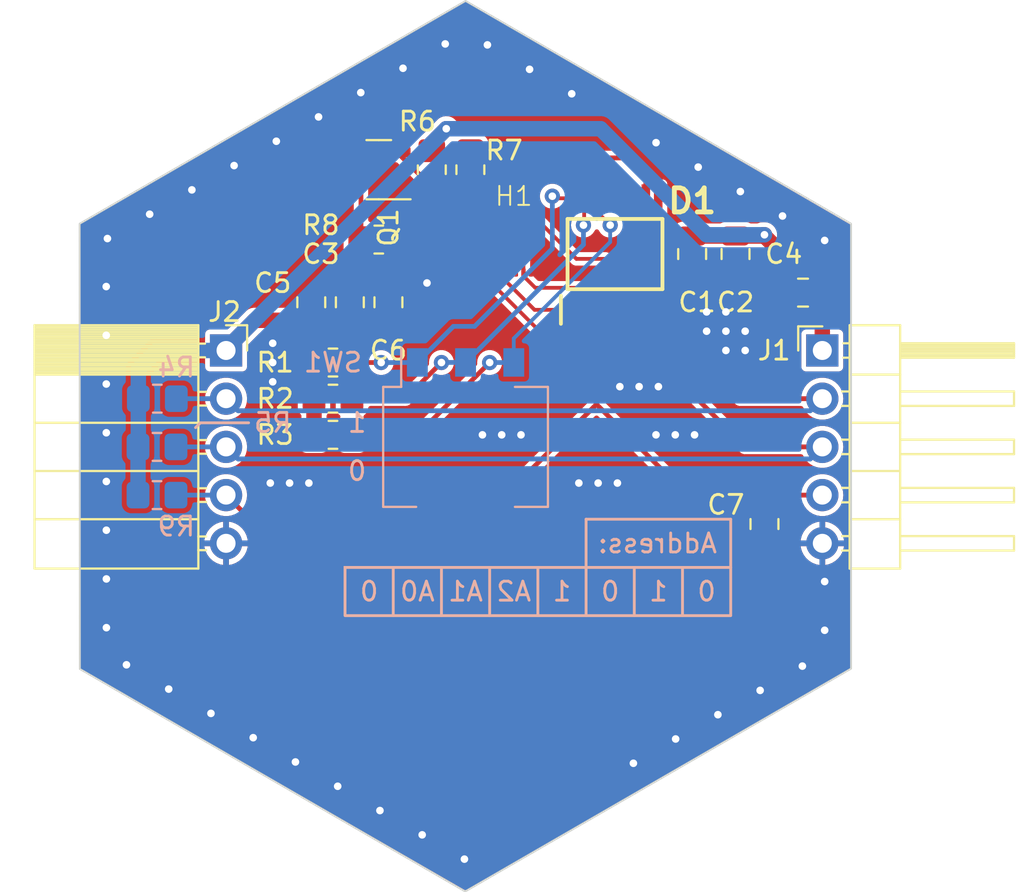
<source format=kicad_pcb>
(kicad_pcb (version 20221018) (generator pcbnew)
  (layers (0 "F.Cu" signal) (31 "B.Cu" signal) (34 "B.Paste" user) (35 "F.Paste" user) (36 "B.SilkS" user "B.Silkscreen") (37 "F.SilkS" user "F.Silkscreen") (38 "B.Mask" user) (39 "F.Mask" user) (44 "Edge.Cuts" user))
  (net 0 "")
  (net 1 "SPI_CS0")
  (net 2 "DC")
  (net 3 "_RST")
  (net 4 "GND")
  (net 6 "MOSI")
  (net 7 "I2C_SDA")
  (net 8 "I2C_SCL")
  (net 10 "BL")
  (net 11 "SPICLK")
  (net 12 "VCC")
  (net 14 "Net-(D1-A0)")
  (net 15 "Net-(D1-A1)")
  (net 16 "Net-(D1-A2)")
  (net 17 "LEDK")
  (net 18 "Net-(Q1-B)")
  (net 19 "Net-(Q1-C)")
  (footprint "Display:ER_TFT128-2" (layer "F.Cu") (at 152.4 101.62)
    (fp_text reference "H1" (at 2.54 -13.228 unlocked) (layer "F.SilkS") (effects (font (thickness 0.1))))
    (fp_text value "~")
    (pad "1" smd roundrect (at -0.95 -11.385 90) (size 0.45 0.23) (layers "F.Cu" "F.Paste" "F.Mask") (net 4 "GND"))
    (pad "1" smd roundrect (at -0.95 -9.215 90) (size 0.45 0.23) (layers "F.Cu" "F.Paste" "F.Mask") (net 4 "GND"))
    (pad "2" smd roundrect (at -0.55 -11.385 90) (size 0.45 0.23) (layers "F.Cu" "F.Paste" "F.Mask") (net 17 "LEDK"))
    (pad "2" smd roundrect (at -0.55 -9.215 90) (size 0.45 0.23) (layers "F.Cu" "F.Paste" "F.Mask") (net 17 "LEDK"))
    (pad "3" smd roundrect (at -0.15 -11.385 90) (size 0.45 0.23) (layers "F.Cu" "F.Paste" "F.Mask") (net 12 "VCC"))
    (pad "3" smd roundrect (at -0.15 -9.215 90) (size 0.45 0.23) (layers "F.Cu" "F.Paste" "F.Mask") (net 12 "VCC"))
    (pad "4" smd roundrect (at 0.25 -11.385 90) (size 0.45 0.23) (layers "F.Cu" "F.Paste" "F.Mask") (net 12 "VCC"))
    (pad "4" smd roundrect (at 0.25 -9.215 90) (size 0.45 0.23) (layers "F.Cu" "F.Paste" "F.Mask") (net 12 "VCC"))
    (pad "5" smd roundrect (at 0.65 -11.385 90) (size 0.45 0.23) (layers "F.Cu" "F.Paste" "F.Mask") (net 4 "GND"))
    (pad "5" smd roundrect (at 0.65 -9.215 90) (size 0.45 0.23) (layers "F.Cu" "F.Paste" "F.Mask") (net 4 "GND"))
    (pad "6" smd roundrect (at 1.05 -11.385 90) (size 0.45 0.23) (layers "F.Cu" "F.Paste" "F.Mask") (net 4 "GND"))
    (pad "6" smd roundrect (at 1.05 -9.215 90) (size 0.45 0.23) (layers "F.Cu" "F.Paste" "F.Mask") (net 4 "GND"))
    (pad "7" smd roundrect (at 1.45 -11.385 90) (size 0.45 0.23) (layers "F.Cu" "F.Paste" "F.Mask") (net 2 "DC"))
    (pad "7" smd roundrect (at 1.45 -9.215 90) (size 0.45 0.23) (layers "F.Cu" "F.Paste" "F.Mask") (net 2 "DC"))
    (pad "8" smd roundrect (at 1.85 -11.385 90) (size 0.45 0.23) (layers "F.Cu" "F.Paste" "F.Mask") (net 1 "SPI_CS0"))
    (pad "8" smd roundrect (at 1.85 -9.215 90) (size 0.45 0.23) (layers "F.Cu" "F.Paste" "F.Mask") (net 1 "SPI_CS0"))
    (pad "9" smd roundrect (at 2.25 -11.385 90) (size 0.45 0.23) (layers "F.Cu" "F.Paste" "F.Mask") (net 11 "SPICLK"))
    (pad "9" smd roundrect (at 2.25 -9.215 90) (size 0.45 0.23) (layers "F.Cu" "F.Paste" "F.Mask") (net 11 "SPICLK"))
    (pad "10" smd roundrect (at 2.65 -11.385 90) (size 0.45 0.23) (layers "F.Cu" "F.Paste" "F.Mask") (net 6 "MOSI"))
    (pad "10" smd roundrect (at 2.65 -9.215 90) (size 0.45 0.23) (layers "F.Cu" "F.Paste" "F.Mask") (net 6 "MOSI"))
    (pad "11" smd roundrect (at 3.05 -11.385 90) (size 0.45 0.23) (layers "F.Cu" "F.Paste" "F.Mask") (net 3 "_RST"))
    (pad "11" smd roundrect (at 3.05 -9.215 90) (size 0.45 0.23) (layers "F.Cu" "F.Paste" "F.Mask") (net 3 "_RST"))
    (pad "12" smd roundrect (at 3.45 -11.385 90) (size 0.45 0.23) (layers "F.Cu" "F.Paste" "F.Mask") (net 4 "GND"))
    (pad "12" smd roundrect (at 3.45 -9.215 90) (size 0.45 0.23) (layers "F.Cu" "F.Paste" "F.Mask") (net 4 "GND"))
    (zone (net 0) (net_name "") (layer "F.Cu") (connect_pads (clearance 0)) (min_thickness 0.25)
      (keepout (tracks not_allowed) (vias not_allowed) (pads not_allowed) (copperpour not_allowed) (footprints not_allowed))
      (fill (thermal_gap 0.5) (thermal_bridge_width 0.5))
      (polygon (pts (xy 154.9 121.92) (xy 154.9 116.62) (xy 159.8 116.62) (xy 159.8 121.92)))
    )
  )
  (footprint "Capacitor_SMD:C_0805_2012Metric" (layer "F.Cu") (at 148.336 93.98 90)
    (fp_text reference "C6" (at -2.54 0 180) (layer "F.SilkS"))
    (fp_text value "1u")
    (fp_line (start -0.261252 -0.735) (end 0.261252 -0.735) (stroke (width 0.12)) (layer "F.SilkS"))
    (fp_line (start -0.261252 0.735) (end 0.261252 0.735) (stroke (width 0.12)) (layer "F.SilkS"))
    (pad "1" smd roundrect (at -0.95 0 90) (size 1 1.45) (layers "F.Cu" "F.Paste" "F.Mask") (net 12 "VCC"))
    (pad "2" smd roundrect (at 0.95 0 90) (size 1 1.45) (layers "F.Cu" "F.Paste" "F.Mask") (net 4 "GND"))
  )
  (footprint "Package_TO_SOT_SMD:SOT-23" (layer "F.Cu") (at 147.828 86.995 180)
    (fp_text reference "Q1" (at -0.508 -3.048 90) (layer "F.SilkS"))
    (fp_text value "2N3904")
    (fp_line (start 0 -1.56) (end -1.675 -1.56) (stroke (width 0.12)) (layer "F.SilkS"))
    (fp_line (start 0 -1.56) (end 0.65 -1.56) (stroke (width 0.12)) (layer "F.SilkS"))
    (fp_line (start 0 1.56) (end -0.65 1.56) (stroke (width 0.12)) (layer "F.SilkS"))
    (fp_line (start 0 1.56) (end 0.65 1.56) (stroke (width 0.12)) (layer "F.SilkS"))
    (pad "1" smd roundrect (at -0.9375 -0.95 180) (size 1.475 0.6) (layers "F.Cu" "F.Paste" "F.Mask") (net 4 "GND"))
    (pad "2" smd roundrect (at -0.9375 0.95 180) (size 1.475 0.6) (layers "F.Cu" "F.Paste" "F.Mask") (net 18 "Net-(Q1-B)"))
    (pad "3" smd roundrect (at 0.9375 0 180) (size 1.475 0.6) (layers "F.Cu" "F.Paste" "F.Mask") (net 19 "Net-(Q1-C)"))
  )
  (footprint "Resistor_SMD:R_0805_2012Metric_Pad1.20x1.40mm_HandSolder" (layer "F.Cu") (at 152.654 86.995 -90)
    (fp_text reference "R7" (at -1.016 -1.778 -180) (layer "F.SilkS"))
    (fp_text value "1k")
    (fp_line (start -0.227064 -0.735) (end 0.227064 -0.735) (stroke (width 0.12)) (layer "F.SilkS"))
    (fp_line (start -0.227064 0.735) (end 0.227064 0.735) (stroke (width 0.12)) (layer "F.SilkS"))
    (pad "1" smd roundrect (at -1 0 270) (size 1.2 1.4) (layers "F.Cu" "F.Paste" "F.Mask") (roundrect_rratio 0.208333) (net 10 "BL"))
    (pad "2" smd roundrect (at 1 0 270) (size 1.2 1.4) (layers "F.Cu" "F.Paste" "F.Mask") (roundrect_rratio 0.208333) (net 18 "Net-(Q1-B)"))
  )
  (footprint "Resistor_SMD:R_0805_2012Metric_Pad1.20x1.40mm_HandSolder" (layer "F.Cu") (at 147.828 90.678 180)
    (fp_text reference "R8" (at 3.048 0.762 180) (layer "F.SilkS"))
    (fp_text value "10R")
    (fp_line (start -0.227064 -0.735) (end 0.227064 -0.735) (stroke (width 0.12)) (layer "F.SilkS"))
    (fp_line (start -0.227064 0.735) (end 0.227064 0.735) (stroke (width 0.12)) (layer "F.SilkS"))
    (pad "1" smd roundrect (at -1 0 180) (size 1.2 1.4) (layers "F.Cu" "F.Paste" "F.Mask") (roundrect_rratio 0.208333) (net 17 "LEDK"))
    (pad "2" smd roundrect (at 1 0 180) (size 1.2 1.4) (layers "F.Cu" "F.Paste" "F.Mask") (roundrect_rratio 0.208333) (net 19 "Net-(Q1-C)"))
  )
  (footprint "Connector_PinSocket_2.54mm:PinSocket_1x05_P2.54mm_Horizontal" (layer "F.Cu") (at 139.782 96.52)
    (fp_text reference "J2" (at -0.082 -2.032) (layer "F.SilkS"))
    (fp_text value "Conn_01x05_Socket")
    (fp_line (start -10.09 -1.33) (end -10.09 11.49) (stroke (width 0.12)) (layer "F.SilkS"))
    (fp_line (start -10.09 -1.33) (end -1.46 -1.33) (stroke (width 0.12)) (layer "F.SilkS"))
    (fp_line (start -10.09 -1.21) (end -1.46 -1.21) (stroke (width 0.12)) (layer "F.SilkS"))
    (fp_line (start -10.09 -1.091905) (end -1.46 -1.091905) (stroke (width 0.12)) (layer "F.SilkS"))
    (fp_line (start -10.09 -0.97381) (end -1.46 -0.97381) (stroke (width 0.12)) (layer "F.SilkS"))
    (fp_line (start -10.09 -0.855715) (end -1.46 -0.855715) (stroke (width 0.12)) (layer "F.SilkS"))
    (fp_line (start -10.09 -0.73762) (end -1.46 -0.73762) (stroke (width 0.12)) (layer "F.SilkS"))
    (fp_line (start -10.09 -0.619525) (end -1.46 -0.619525) (stroke (width 0.12)) (layer "F.SilkS"))
    (fp_line (start -10.09 -0.50143) (end -1.46 -0.50143) (stroke (width 0.12)) (layer "F.SilkS"))
    (fp_line (start -10.09 -0.383335) (end -1.46 -0.383335) (stroke (width 0.12)) (layer "F.SilkS"))
    (fp_line (start -10.09 -0.26524) (end -1.46 -0.26524) (stroke (width 0.12)) (layer "F.SilkS"))
    (fp_line (start -10.09 -0.147145) (end -1.46 -0.147145) (stroke (width 0.12)) (layer "F.SilkS"))
    (fp_line (start -10.09 -0.02905) (end -1.46 -0.02905) (stroke (width 0.12)) (layer "F.SilkS"))
    (fp_line (start -10.09 0.089045) (end -1.46 0.089045) (stroke (width 0.12)) (layer "F.SilkS"))
    (fp_line (start -10.09 0.20714) (end -1.46 0.20714) (stroke (width 0.12)) (layer "F.SilkS"))
    (fp_line (start -10.09 0.325235) (end -1.46 0.325235) (stroke (width 0.12)) (layer "F.SilkS"))
    (fp_line (start -10.09 0.44333) (end -1.46 0.44333) (stroke (width 0.12)) (layer "F.SilkS"))
    (fp_line (start -10.09 0.561425) (end -1.46 0.561425) (stroke (width 0.12)) (layer "F.SilkS"))
    (fp_line (start -10.09 0.67952) (end -1.46 0.67952) (stroke (width 0.12)) (layer "F.SilkS"))
    (fp_line (start -10.09 0.797615) (end -1.46 0.797615) (stroke (width 0.12)) (layer "F.SilkS"))
    (fp_line (start -10.09 0.91571) (end -1.46 0.91571) (stroke (width 0.12)) (layer "F.SilkS"))
    (fp_line (start -10.09 1.033805) (end -1.46 1.033805) (stroke (width 0.12)) (layer "F.SilkS"))
    (fp_line (start -10.09 1.1519) (end -1.46 1.1519) (stroke (width 0.12)) (layer "F.SilkS"))
    (fp_line (start -10.09 1.27) (end -1.46 1.27) (stroke (width 0.12)) (layer "F.SilkS"))
    (fp_line (start -10.09 3.81) (end -1.46 3.81) (stroke (width 0.12)) (layer "F.SilkS"))
    (fp_line (start -10.09 6.35) (end -1.46 6.35) (stroke (width 0.12)) (layer "F.SilkS"))
    (fp_line (start -10.09 8.89) (end -1.46 8.89) (stroke (width 0.12)) (layer "F.SilkS"))
    (fp_line (start -10.09 11.49) (end -1.46 11.49) (stroke (width 0.12)) (layer "F.SilkS"))
    (fp_line (start -1.46 -1.33) (end -1.46 11.49) (stroke (width 0.12)) (layer "F.SilkS"))
    (fp_line (start -1.46 -0.36) (end -1.11 -0.36) (stroke (width 0.12)) (layer "F.SilkS"))
    (fp_line (start -1.46 0.36) (end -1.11 0.36) (stroke (width 0.12)) (layer "F.SilkS"))
    (fp_line (start -1.46 2.18) (end -1.05 2.18) (stroke (width 0.12)) (layer "F.SilkS"))
    (fp_line (start -1.46 2.9) (end -1.05 2.9) (stroke (width 0.12)) (layer "F.SilkS"))
    (fp_line (start -1.46 4.72) (end -1.05 4.72) (stroke (width 0.12)) (layer "F.SilkS"))
    (fp_line (start -1.46 5.44) (end -1.05 5.44) (stroke (width 0.12)) (layer "F.SilkS"))
    (fp_line (start -1.46 7.26) (end -1.05 7.26) (stroke (width 0.12)) (layer "F.SilkS"))
    (fp_line (start -1.46 7.98) (end -1.05 7.98) (stroke (width 0.12)) (layer "F.SilkS"))
    (fp_line (start -1.46 9.8) (end -1.05 9.8) (stroke (width 0.12)) (layer "F.SilkS"))
    (fp_line (start -1.46 10.52) (end -1.05 10.52) (stroke (width 0.12)) (layer "F.SilkS"))
    (fp_line (start 0 -1.33) (end 1.11 -1.33) (stroke (width 0.12)) (layer "F.SilkS"))
    (fp_line (start 1.11 -1.33) (end 1.11 0) (stroke (width 0.12)) (layer "F.SilkS"))
    (pad "1" thru_hole rect (at 0 0) (size 1.7 1.7) (drill 1) (layers "*.Cu" "*.Mask") (net 12 "VCC"))
    (pad "2" thru_hole oval (at 0 2.54) (size 1.7 1.7) (drill 1) (layers "*.Cu" "*.Mask") (net 8 "I2C_SCL"))
    (pad "3" thru_hole oval (at 0 5.08) (size 1.7 1.7) (drill 1) (layers "*.Cu" "*.Mask") (net 7 "I2C_SDA"))
    (pad "4" thru_hole oval (at 0 7.62) (size 1.7 1.7) (drill 1) (layers "*.Cu" "*.Mask") (net 3 "_RST"))
    (pad "5" thru_hole oval (at 0 10.16) (size 1.7 1.7) (drill 1) (layers "*.Cu" "*.Mask") (net 4 "GND"))
  )
  (footprint "Resistor_SMD:R_0805_2012Metric_Pad1.20x1.40mm_HandSolder" (layer "F.Cu") (at 145.415 100.965)
    (fp_text reference "R3" (at -3.048 0) (layer "F.SilkS"))
    (fp_text value "10k")
    (fp_line (start -0.227064 -0.735) (end 0.227064 -0.735) (stroke (width 0.12)) (layer "F.SilkS"))
    (fp_line (start -0.227064 0.735) (end 0.227064 0.735) (stroke (width 0.12)) (layer "F.SilkS"))
    (pad "1" smd roundrect (at -1 0) (size 1.2 1.4) (layers "F.Cu" "F.Paste" "F.Mask") (roundrect_rratio 0.2083333333) (net 12 "VCC"))
    (pad "2" smd roundrect (at 1 0) (size 1.2 1.4) (layers "F.Cu" "F.Paste" "F.Mask") (roundrect_rratio 0.2083333333) (net 14 "Net-(D1-A0)"))
  )
  (footprint "Capacitor_SMD:C_0805_2012Metric" (layer "F.Cu") (at 166.624 91.44 -90)
    (fp_text reference "C2" (at 2.54 0 -180) (layer "F.SilkS"))
    (fp_text value "1u")
    (fp_line (start -0.261252 -0.735) (end 0.261252 -0.735) (stroke (width 0.12)) (layer "F.SilkS"))
    (fp_line (start -0.261252 0.735) (end 0.261252 0.735) (stroke (width 0.12)) (layer "F.SilkS"))
    (pad "1" smd roundrect (at -0.95 0 270) (size 1 1.45) (layers "F.Cu" "F.Paste" "F.Mask") (net 12 "VCC"))
    (pad "2" smd roundrect (at 0.95 0 270) (size 1 1.45) (layers "F.Cu" "F.Paste" "F.Mask") (net 4 "GND"))
  )
  (footprint "Resistor_SMD:R_0805_2012Metric_Pad1.20x1.40mm_HandSolder" (layer "F.Cu") (at 145.415 97.155)
    (fp_text reference "R1" (at -3.048 0) (layer "F.SilkS"))
    (fp_text value "10k")
    (fp_line (start -0.227064 -0.735) (end 0.227064 -0.735) (stroke (width 0.12)) (layer "F.SilkS"))
    (fp_line (start -0.227064 0.735) (end 0.227064 0.735) (stroke (width 0.12)) (layer "F.SilkS"))
    (pad "1" smd roundrect (at -1 0) (size 1.2 1.4) (layers "F.Cu" "F.Paste" "F.Mask") (roundrect_rratio 0.2083333333) (net 12 "VCC"))
    (pad "2" smd roundrect (at 1 0) (size 1.2 1.4) (layers "F.Cu" "F.Paste" "F.Mask") (roundrect_rratio 0.2083333333) (net 16 "Net-(D1-A2)"))
  )
  (footprint "SamacSys_Parts:SOP65P640X110-16N" (layer "F.Cu") (at 160.274 91.44 90)
    (fp_text reference "D1" (at 2.794 4.064 180) (layer "F.SilkS") (effects (font (size 1.27 1.27) (thickness 0.254))))
    (fp_text value "SC18IS602BIPW,112" hide)
    (fp_line (start -3.675 -2.85) (end -2.2 -2.85) (stroke (width 0.2)) (layer "F.SilkS"))
    (fp_line (start -1.85 -2.5) (end 1.85 -2.5) (stroke (width 0.2)) (layer "F.SilkS"))
    (fp_line (start -1.85 2.5) (end -1.85 -2.5) (stroke (width 0.2)) (layer "F.SilkS"))
    (fp_line (start 1.85 -2.5) (end 1.85 2.5) (stroke (width 0.2)) (layer "F.SilkS"))
    (fp_line (start 1.85 2.5) (end -1.85 2.5) (stroke (width 0.2)) (layer "F.SilkS"))
    (pad "1" smd rect (at -2.938 -2.275 180) (size 0.45 1.475) (layers "F.Cu" "F.Paste" "F.Mask") (net 1 "SPI_CS0"))
    (pad "2" smd rect (at -2.938 -1.625 180) (size 0.45 1.475) (layers "F.Cu" "F.Paste" "F.Mask") (net 2 "DC"))
    (pad "3" smd rect (at -2.938 -0.975 180) (size 0.45 1.475) (layers "F.Cu" "F.Paste" "F.Mask") (net 3 "_RST"))
    (pad "4" smd rect (at -2.938 -0.325 180) (size 0.45 1.475) (layers "F.Cu" "F.Paste" "F.Mask") (net 4 "GND"))
    (pad "5" smd rect (at -2.938 0.325 180) (size 0.45 1.475) (layers "F.Cu" "F.Paste" "F.Mask"))
    (pad "6" smd rect (at -2.938 0.975 180) (size 0.45 1.475) (layers "F.Cu" "F.Paste" "F.Mask") (net 6 "MOSI"))
    (pad "7" smd rect (at -2.938 1.625 180) (size 0.45 1.475) (layers "F.Cu" "F.Paste" "F.Mask") (net 7 "I2C_SDA"))
    (pad "8" smd rect (at -2.938 2.275 180) (size 0.45 1.475) (layers "F.Cu" "F.Paste" "F.Mask") (net 8 "I2C_SCL"))
    (pad "9" smd rect (at 2.938 2.275 180) (size 0.45 1.475) (layers "F.Cu" "F.Paste" "F.Mask"))
    (pad "10" smd rect (at 2.938 1.625 180) (size 0.45 1.475) (layers "F.Cu" "F.Paste" "F.Mask") (net 10 "BL"))
    (pad "11" smd rect (at 2.938 0.975 180) (size 0.45 1.475) (layers "F.Cu" "F.Paste" "F.Mask") (net 11 "SPICLK"))
    (pad "12" smd rect (at 2.938 0.325 180) (size 0.45 1.475) (layers "F.Cu" "F.Paste" "F.Mask") (net 12 "VCC"))
    (pad "13" smd rect (at 2.938 -0.325 180) (size 0.45 1.475) (layers "F.Cu" "F.Paste" "F.Mask"))
    (pad "14" smd rect (at 2.938 -0.975 180) (size 0.45 1.475) (layers "F.Cu" "F.Paste" "F.Mask") (net 14 "Net-(D1-A0)"))
    (pad "15" smd rect (at 2.938 -1.625 180) (size 0.45 1.475) (layers "F.Cu" "F.Paste" "F.Mask") (net 15 "Net-(D1-A1)"))
    (pad "16" smd rect (at 2.938 -2.275 180) (size 0.45 1.475) (layers "F.Cu" "F.Paste" "F.Mask") (net 16 "Net-(D1-A2)"))
  )
  (footprint "Capacitor_SMD:C_0805_2012Metric" (layer "F.Cu") (at 164.338 91.44 -90)
    (fp_text reference "C1" (at 2.54 -0.254 -180) (layer "F.SilkS"))
    (fp_text value "100n")
    (fp_line (start -0.261252 -0.735) (end 0.261252 -0.735) (stroke (width 0.12)) (layer "F.SilkS"))
    (fp_line (start -0.261252 0.735) (end 0.261252 0.735) (stroke (width 0.12)) (layer "F.SilkS"))
    (pad "1" smd roundrect (at -0.95 0 270) (size 1 1.45) (layers "F.Cu" "F.Paste" "F.Mask") (net 12 "VCC"))
    (pad "2" smd roundrect (at 0.95 0 270) (size 1 1.45) (layers "F.Cu" "F.Paste" "F.Mask") (net 4 "GND"))
  )
  (footprint "Connector_PinHeader_2.54mm:PinHeader_1x05_P2.54mm_Horizontal" (layer "F.Cu") (at 171.196 96.52)
    (fp_text reference "J1" (at -2.54 0) (layer "F.SilkS"))
    (fp_text value "Conn_01x05_Pin")
    (fp_line (start -1.27 -1.27) (end 0 -1.27) (stroke (width 0.12)) (layer "F.SilkS"))
    (fp_line (start -1.27 0) (end -1.27 -1.27) (stroke (width 0.12)) (layer "F.SilkS"))
    (fp_line (start 1.042929 2.16) (end 1.44 2.16) (stroke (width 0.12)) (layer "F.SilkS"))
    (fp_line (start 1.042929 2.92) (end 1.44 2.92) (stroke (width 0.12)) (layer "F.SilkS"))
    (fp_line (start 1.042929 4.7) (end 1.44 4.7) (stroke (width 0.12)) (layer "F.SilkS"))
    (fp_line (start 1.042929 5.46) (end 1.44 5.46) (stroke (width 0.12)) (layer "F.SilkS"))
    (fp_line (start 1.042929 7.24) (end 1.44 7.24) (stroke (width 0.12)) (layer "F.SilkS"))
    (fp_line (start 1.042929 8) (end 1.44 8) (stroke (width 0.12)) (layer "F.SilkS"))
    (fp_line (start 1.042929 9.78) (end 1.44 9.78) (stroke (width 0.12)) (layer "F.SilkS"))
    (fp_line (start 1.042929 10.54) (end 1.44 10.54) (stroke (width 0.12)) (layer "F.SilkS"))
    (fp_line (start 1.11 -0.38) (end 1.44 -0.38) (stroke (width 0.12)) (layer "F.SilkS"))
    (fp_line (start 1.11 0.38) (end 1.44 0.38) (stroke (width 0.12)) (layer "F.SilkS"))
    (fp_line (start 1.44 -1.33) (end 1.44 11.49) (stroke (width 0.12)) (layer "F.SilkS"))
    (fp_line (start 1.44 1.27) (end 4.1 1.27) (stroke (width 0.12)) (layer "F.SilkS"))
    (fp_line (start 1.44 3.81) (end 4.1 3.81) (stroke (width 0.12)) (layer "F.SilkS"))
    (fp_line (start 1.44 6.35) (end 4.1 6.35) (stroke (width 0.12)) (layer "F.SilkS"))
    (fp_line (start 1.44 8.89) (end 4.1 8.89) (stroke (width 0.12)) (layer "F.SilkS"))
    (fp_line (start 1.44 11.49) (end 4.1 11.49) (stroke (width 0.12)) (layer "F.SilkS"))
    (fp_line (start 4.1 -1.33) (end 1.44 -1.33) (stroke (width 0.12)) (layer "F.SilkS"))
    (fp_line (start 4.1 -0.38) (end 10.1 -0.38) (stroke (width 0.12)) (layer "F.SilkS"))
    (fp_line (start 4.1 -0.32) (end 10.1 -0.32) (stroke (width 0.12)) (layer "F.SilkS"))
    (fp_line (start 4.1 -0.2) (end 10.1 -0.2) (stroke (width 0.12)) (layer "F.SilkS"))
    (fp_line (start 4.1 -0.08) (end 10.1 -0.08) (stroke (width 0.12)) (layer "F.SilkS"))
    (fp_line (start 4.1 0.04) (end 10.1 0.04) (stroke (width 0.12)) (layer "F.SilkS"))
    (fp_line (start 4.1 0.16) (end 10.1 0.16) (stroke (width 0.12)) (layer "F.SilkS"))
    (fp_line (start 4.1 0.28) (end 10.1 0.28) (stroke (width 0.12)) (layer "F.SilkS"))
    (fp_line (start 4.1 2.16) (end 10.1 2.16) (stroke (width 0.12)) (layer "F.SilkS"))
    (fp_line (start 4.1 4.7) (end 10.1 4.7) (stroke (width 0.12)) (layer "F.SilkS"))
    (fp_line (start 4.1 7.24) (end 10.1 7.24) (stroke (width 0.12)) (layer "F.SilkS"))
    (fp_line (start 4.1 9.78) (end 10.1 9.78) (stroke (width 0.12)) (layer "F.SilkS"))
    (fp_line (start 4.1 11.49) (end 4.1 -1.33) (stroke (width 0.12)) (layer "F.SilkS"))
    (fp_line (start 10.1 -0.38) (end 10.1 0.38) (stroke (width 0.12)) (layer "F.SilkS"))
    (fp_line (start 10.1 0.38) (end 4.1 0.38) (stroke (width 0.12)) (layer "F.SilkS"))
    (fp_line (start 10.1 2.16) (end 10.1 2.92) (stroke (width 0.12)) (layer "F.SilkS"))
    (fp_line (start 10.1 2.92) (end 4.1 2.92) (stroke (width 0.12)) (layer "F.SilkS"))
    (fp_line (start 10.1 4.7) (end 10.1 5.46) (stroke (width 0.12)) (layer "F.SilkS"))
    (fp_line (start 10.1 5.46) (end 4.1 5.46) (stroke (width 0.12)) (layer "F.SilkS"))
    (fp_line (start 10.1 7.24) (end 10.1 8) (stroke (width 0.12)) (layer "F.SilkS"))
    (fp_line (start 10.1 8) (end 4.1 8) (stroke (width 0.12)) (layer "F.SilkS"))
    (fp_line (start 10.1 9.78) (end 10.1 10.54) (stroke (width 0.12)) (layer "F.SilkS"))
    (fp_line (start 10.1 10.54) (end 4.1 10.54) (stroke (width 0.12)) (layer "F.SilkS"))
    (pad "1" thru_hole rect (at 0 0) (size 1.7 1.7) (drill 1) (layers "*.Cu" "*.Mask") (net 12 "VCC"))
    (pad "2" thru_hole oval (at 0 2.54) (size 1.7 1.7) (drill 1) (layers "*.Cu" "*.Mask") (net 8 "I2C_SCL"))
    (pad "3" thru_hole oval (at 0 5.08) (size 1.7 1.7) (drill 1) (layers "*.Cu" "*.Mask") (net 7 "I2C_SDA"))
    (pad "4" thru_hole oval (at 0 7.62) (size 1.7 1.7) (drill 1) (layers "*.Cu" "*.Mask") (net 3 "_RST"))
    (pad "5" thru_hole oval (at 0 10.16) (size 1.7 1.7) (drill 1) (layers "*.Cu" "*.Mask") (net 4 "GND"))
  )
  (footprint "Capacitor_SMD:C_0805_2012Metric" (layer "F.Cu") (at 170.18 93.472 180)
    (fp_text reference "C4" (at 1.016 2.032) (layer "F.SilkS"))
    (fp_text value "1u")
    (fp_line (start -0.261252 -0.735) (end 0.261252 -0.735) (stroke (width 0.12)) (layer "F.SilkS"))
    (fp_line (start -0.261252 0.735) (end 0.261252 0.735) (stroke (width 0.12)) (layer "F.SilkS"))
    (pad "1" smd roundrect (at -0.95 0 180) (size 1 1.45) (layers "F.Cu" "F.Paste" "F.Mask") (net 12 "VCC"))
    (pad "2" smd roundrect (at 0.95 0 180) (size 1 1.45) (layers "F.Cu" "F.Paste" "F.Mask") (net 4 "GND"))
  )
  (footprint "Resistor_SMD:R_0805_2012Metric_Pad1.20x1.40mm_HandSolder" (layer "F.Cu") (at 150.622 86.995 -90)
    (fp_text reference "R6" (at -2.54 0.762 -180) (layer "F.SilkS"))
    (fp_text value "10k")
    (fp_line (start -0.227064 -0.735) (end 0.227064 -0.735) (stroke (width 0.12)) (layer "F.SilkS"))
    (fp_line (start -0.227064 0.735) (end 0.227064 0.735) (stroke (width 0.12)) (layer "F.SilkS"))
    (pad "1" smd roundrect (at -1 0 270) (size 1.2 1.4) (layers "F.Cu" "F.Paste" "F.Mask") (roundrect_rratio 0.208333) (net 12 "VCC"))
    (pad "2" smd roundrect (at 1 0 270) (size 1.2 1.4) (layers "F.Cu" "F.Paste" "F.Mask") (roundrect_rratio 0.208333) (net 18 "Net-(Q1-B)"))
  )
  (footprint "Capacitor_SMD:C_0805_2012Metric" (layer "F.Cu") (at 168.148 105.664 -90)
    (fp_text reference "C7" (at -1.016 2.032 -180) (layer "F.SilkS"))
    (fp_text value "1u")
    (fp_line (start -0.261252 -0.735) (end 0.261252 -0.735) (stroke (width 0.12)) (layer "F.SilkS"))
    (fp_line (start -0.261252 0.735) (end 0.261252 0.735) (stroke (width 0.12)) (layer "F.SilkS"))
    (pad "1" smd roundrect (at -0.95 0 270) (size 1 1.45) (layers "F.Cu" "F.Paste" "F.Mask") (net 3 "_RST"))
    (pad "2" smd roundrect (at 0.95 0 270) (size 1 1.45) (layers "F.Cu" "F.Paste" "F.Mask") (net 4 "GND"))
  )
  (footprint "Resistor_SMD:R_0805_2012Metric_Pad1.20x1.40mm_HandSolder" (layer "F.Cu") (at 145.415 99.06 180)
    (fp_text reference "R2" (at 3.048 0) (layer "F.SilkS"))
    (fp_text value "10k")
    (fp_line (start -0.227064 -0.735) (end 0.227064 -0.735) (stroke (width 0.12)) (layer "F.SilkS"))
    (fp_line (start -0.227064 0.735) (end 0.227064 0.735) (stroke (width 0.12)) (layer "F.SilkS"))
    (pad "1" smd roundrect (at -1 0 180) (size 1.2 1.4) (layers "F.Cu" "F.Paste" "F.Mask") (roundrect_rratio 0.2083333333) (net 15 "Net-(D1-A1)"))
    (pad "2" smd roundrect (at 1 0 180) (size 1.2 1.4) (layers "F.Cu" "F.Paste" "F.Mask") (roundrect_rratio 0.2083333333) (net 12 "VCC"))
  )
  (footprint "Capacitor_SMD:C_0805_2012Metric" (layer "F.Cu") (at 144.272 93.98 90)
    (fp_text reference "C5" (at 1.016 -2.032 180) (layer "F.SilkS"))
    (fp_text value "100u")
    (fp_line (start -0.261252 -0.735) (end 0.261252 -0.735) (stroke (width 0.12)) (layer "F.SilkS"))
    (fp_line (start -0.261252 0.735) (end 0.261252 0.735) (stroke (width 0.12)) (layer "F.SilkS"))
    (pad "1" smd roundrect (at -0.95 0 90) (size 1 1.45) (layers "F.Cu" "F.Paste" "F.Mask") (net 12 "VCC"))
    (pad "2" smd roundrect (at 0.95 0 90) (size 1 1.45) (layers "F.Cu" "F.Paste" "F.Mask") (net 4 "GND"))
  )
  (footprint "Capacitor_SMD:C_0805_2012Metric" (layer "F.Cu") (at 146.304 93.98 90)
    (fp_text reference "C3" (at 2.54 -1.524 180) (layer "F.SilkS"))
    (fp_text value "100u")
    (fp_line (start -0.261252 -0.735) (end 0.261252 -0.735) (stroke (width 0.12)) (layer "F.SilkS"))
    (fp_line (start -0.261252 0.735) (end 0.261252 0.735) (stroke (width 0.12)) (layer "F.SilkS"))
    (pad "1" smd roundrect (at -0.95 0 90) (size 1 1.45) (layers "F.Cu" "F.Paste" "F.Mask") (net 12 "VCC"))
    (pad "2" smd roundrect (at 0.95 0 90) (size 1 1.45) (layers "F.Cu" "F.Paste" "F.Mask") (net 4 "GND"))
  )
  (footprint "Resistor_SMD:R_0805_2012Metric_Pad1.20x1.40mm_HandSolder" (layer "B.Cu") (at 136.16 99.06 180)
    (fp_text reference "R4" (at -1 1.65) (layer "B.SilkS") (effects (justify mirror)))
    (fp_text value "4k7")
    (fp_line (start -0.227064 -0.735) (end 0.227064 -0.735) (stroke (width 0.12)) (layer "B.SilkS"))
    (fp_line (start -0.227064 0.735) (end 0.227064 0.735) (stroke (width 0.12)) (layer "B.SilkS"))
    (pad "1" smd roundrect (at -1 0 180) (size 1.2 1.4) (layers "B.Cu" "B.Paste" "B.Mask") (roundrect_rratio 0.208333) (net 8 "I2C_SCL"))
    (pad "2" smd roundrect (at 1 0 180) (size 1.2 1.4) (layers "B.Cu" "B.Paste" "B.Mask") (roundrect_rratio 0.208333) (net 12 "VCC"))
  )
  (footprint "Resistor_SMD:R_0805_2012Metric_Pad1.20x1.40mm_HandSolder" (layer "B.Cu") (at 136.144 101.6 180)
    (fp_text reference "R5" (at -6.096 1.27) (layer "B.SilkS") (effects (justify mirror)))
    (fp_text value "4k7")
    (fp_line (start -0.227064 -0.735) (end 0.227064 -0.735) (stroke (width 0.12)) (layer "B.SilkS"))
    (fp_line (start -0.227064 0.735) (end 0.227064 0.735) (stroke (width 0.12)) (layer "B.SilkS"))
    (pad "1" smd roundrect (at -1 0 180) (size 1.2 1.4) (layers "B.Cu" "B.Paste" "B.Mask") (roundrect_rratio 0.208333) (net 7 "I2C_SDA"))
    (pad "2" smd roundrect (at 1 0 180) (size 1.2 1.4) (layers "B.Cu" "B.Paste" "B.Mask") (roundrect_rratio 0.208333) (net 12 "VCC"))
  )
  (footprint "Button_Switch_SMD:SW_DIP_SPSTx03_Slide_Omron_A6S-310x_W8.9mm_P2.54mm" (layer "B.Cu") (at 152.4 101.6 -90)
    (fp_text reference "SW1" (at -4.445 6.985) (layer "B.SilkS") (effects (justify mirror)))
    (fp_text value "SW_DIP_x03")
    (fp_line (start -5.2 3.391) (end -3.16 3.391) (stroke (width 0.12)) (layer "B.SilkS"))
    (fp_line (start -3.16 -4.34) (end 3.16 -4.34) (stroke (width 0.12)) (layer "B.SilkS"))
    (fp_line (start -3.16 -2.6) (end -3.16 -4.34) (stroke (width 0.12)) (layer "B.SilkS"))
    (fp_line (start -3.16 4.34) (end -3.16 3.391) (stroke (width 0.12)) (layer "B.SilkS"))
    (fp_line (start -3.16 4.34) (end 3.16 4.34) (stroke (width 0.12)) (layer "B.SilkS"))
    (fp_line (start 3.16 -2.6) (end 3.16 -4.34) (stroke (width 0.12)) (layer "B.SilkS"))
    (fp_line (start 3.16 4.34) (end 3.16 2.601) (stroke (width 0.12)) (layer "B.SilkS"))
    (pad "1" smd rect (at -4.45 2.54 270) (size 1.5 1.1) (layers "B.Cu" "B.Paste" "B.Mask") (net 16 "Net-(D1-A2)"))
    (pad "2" smd rect (at -4.45 0 270) (size 1.5 1.1) (layers "B.Cu" "B.Paste" "B.Mask") (net 15 "Net-(D1-A1)"))
    (pad "3" smd rect (at -4.45 -2.54 270) (size 1.5 1.1) (layers "B.Cu" "B.Paste" "B.Mask") (net 14 "Net-(D1-A0)"))
    (pad "4" smd rect (at 4.45 -2.54 270) (size 1.5 1.1) (layers "B.Cu" "B.Paste" "B.Mask") (net 4 "GND"))
    (pad "5" smd rect (at 4.45 0 270) (size 1.5 1.1) (layers "B.Cu" "B.Paste" "B.Mask") (net 4 "GND"))
    (pad "6" smd rect (at 4.45 2.54 270) (size 1.5 1.1) (layers "B.Cu" "B.Paste" "B.Mask") (net 4 "GND"))
  )
  (footprint "Resistor_SMD:R_0805_2012Metric_Pad1.20x1.40mm_HandSolder" (layer "B.Cu") (at 136.144 104.14)
    (fp_text reference "R9" (at 1.016 1.65) (layer "B.SilkS") (effects (justify mirror)))
    (fp_text value "10k")
    (fp_line (start -0.227064 -0.735) (end 0.227064 -0.735) (stroke (width 0.12)) (layer "B.SilkS"))
    (fp_line (start -0.227064 0.735) (end 0.227064 0.735) (stroke (width 0.12)) (layer "B.SilkS"))
    (pad "1" smd roundrect (at -1 0) (size 1.2 1.4) (layers "B.Cu" "B.Paste" "B.Mask") (roundrect_rratio 0.208333) (net 12 "VCC"))
    (pad "2" smd roundrect (at 1 0) (size 1.2 1.4) (layers "B.Cu" "B.Paste" "B.Mask") (roundrect_rratio 0.208333) (net 3 "_RST"))
  )
  (gr_line (start 158.75 105.41) (end 158.75 107.95) (stroke (width 0.15)) (layer "B.SilkS"))
  (gr_line (start 163.83 110.49) (end 163.83 107.95) (stroke (width 0.15)) (layer "B.SilkS"))
  (gr_line (start 158.75 110.49) (end 158.75 107.95) (stroke (width 0.15)) (layer "B.SilkS"))
  (gr_rect (start 146.05 107.95) (end 166.37 110.49) (stroke (width 0.15)) (fill none) (layer "B.SilkS"))
  (gr_line (start 151.13 107.95) (end 151.13 110.49) (stroke (width 0.15)) (layer "B.SilkS"))
  (gr_line (start 161.29 110.49) (end 161.29 107.95) (stroke (width 0.15)) (layer "B.SilkS"))
  (gr_line (start 153.67 110.49) (end 153.67 107.95) (stroke (width 0.15)) (layer "B.SilkS"))
  (gr_line (start 156.21 110.49) (end 156.21 107.95) (stroke (width 0.15)) (layer "B.SilkS"))
  (gr_line (start 138.43 100.33) (end 138.176 100.584) (stroke (width 0.15)) (layer "B.SilkS"))
  (gr_line (start 138.43 100.33) (end 140.97 100.33) (stroke (width 0.15)) (layer "B.SilkS"))
  (gr_line (start 148.59 107.95) (end 148.59 110.49) (stroke (width 0.15)) (layer "B.SilkS"))
  (gr_line (start 166.37 107.95) (end 166.37 105.41) (stroke (width 0.15)) (layer "B.SilkS"))
  (gr_line (start 166.37 105.41) (end 158.75 105.41) (stroke (width 0.15)) (layer "B.SilkS"))
  (gr_poly (pts (xy 152.4 78.105) (xy 132.069817 89.842636) (xy 132.079999 113.300272) (xy 152.379634 125.020272) (xy 172.709817 113.282636) (xy 172.709817 89.842636)) (stroke (width 0.1)) (fill none) (layer "Edge.Cuts"))
  (gr_text "0" (at 160.02 109.22) (layer "B.SilkS") (effects (font (size 1 1)) (justify mirror)))
  (gr_text "1" (at 146.685 100.33) (layer "B.SilkS") (effects (font (size 1 1)) (justify mirror)))
  (gr_text "A1" (at 152.4 109.22) (layer "B.SilkS") (effects (font (size 1 1)) (justify mirror)))
  (gr_text "1" (at 162.56 109.22) (layer "B.SilkS") (effects (font (size 1 1)) (justify mirror)))
  (gr_text "1" (at 157.48 109.22) (layer "B.SilkS") (effects (font (size 1 1)) (justify mirror)))
  (gr_text "0" (at 147.32 109.22) (layer "B.SilkS") (effects (font (size 1 1)) (justify mirror)))
  (gr_text "A0" (at 149.86 109.22) (layer "B.SilkS") (effects (font (size 1 1)) (justify mirror)))
  (gr_text "A2" (at 154.94 109.22) (layer "B.SilkS") (effects (font (size 1 1)) (justify mirror)))
  (gr_text "0" (at 146.685 102.87) (layer "B.SilkS") (effects (font (size 1 1)) (justify mirror)))
  (gr_text "Address:" (at 165.735 106.68) (layer "B.SilkS") (effects (font (size 1 1)) (justify left mirror)))
  (gr_text "0" (at 165.1 109.22) (layer "B.SilkS") (effects (font (size 1 1)) (justify mirror)))
  (segment (start 157.999 94.378) (end 156.03384 94.378) (width 0.2) (layer "F.Cu") (net 1))
  (segment (start 154.25 92.59416) (end 154.25 92.405) (width 0.2) (layer "F.Cu") (net 1))
  (segment (start 156.03384 94.378) (end 154.25 92.59416) (width 0.2) (layer "F.Cu") (net 1))
  (segment (start 154.25 92.405) (end 154.25 90.235) (width 0.2) (layer "F.Cu") (net 1))
  (segment (start 158.4605 95.504) (end 158.649 95.3155) (width 0.2) (layer "F.Cu") (net 2))
  (segment (start 153.85 92.405) (end 153.85 93.057471) (width 0.2) (layer "F.Cu") (net 2))
  (segment (start 153.85 93.057471) (end 156.296529 95.504) (width 0.2) (layer "F.Cu") (net 2))
  (segment (start 158.649 95.3155) (end 158.649 94.378) (width 0.2) (layer "F.Cu") (net 2))
  (segment (start 156.296529 95.504) (end 158.4605 95.504) (width 0.2) (layer "F.Cu") (net 2))
  (segment (start 153.85 90.235) (end 153.85 92.405) (width 0.2) (layer "F.Cu") (net 2))
  (segment (start 139.782 104.14) (end 140.798 105.156) (width 0.254) (layer "F.Cu") (net 3))
  (segment (start 168.722 104.14) (end 168.148 104.714) (width 0.25) (layer "F.Cu") (net 3))
  (segment (start 155.45 92.405) (end 155.45 92.59416) (width 0.2) (layer "F.Cu") (net 3))
  (segment (start 156.07384 93.218) (end 159.004 93.218) (width 0.2) (layer "F.Cu") (net 3))
  (segment (start 159.004 93.218) (end 159.299 93.513) (width 0.2) (layer "F.Cu") (net 3))
  (segment (start 140.798 105.156) (end 153.498 105.156) (width 0.254) (layer "F.Cu") (net 3))
  (segment (start 168.148 104.714) (end 164.658 104.714) (width 0.25) (layer "F.Cu") (net 3))
  (segment (start 159.299 93.513) (end 159.299 94.378) (width 0.2) (layer "F.Cu") (net 3))
  (segment (start 159.299 99.355) (end 159.299 94.378) (width 0.254) (layer "F.Cu") (net 3))
  (segment (start 155.45 92.405) (end 155.45 90.235) (width 0.2) (layer "F.Cu") (net 3))
  (segment (start 153.498 105.156) (end 159.299 99.355) (width 0.254) (layer "F.Cu") (net 3))
  (segment (start 155.45 92.59416) (end 156.07384 93.218) (width 0.2) (layer "F.Cu") (net 3))
  (segment (start 164.658 104.714) (end 159.299 99.355) (width 0.25) (layer "F.Cu") (net 3))
  (segment (start 171.196 104.14) (end 168.722 104.14) (width 0.25) (layer "F.Cu") (net 3))
  (segment (start 137.144 104.14) (end 139.782 104.14) (width 0.25) (layer "B.Cu") (net 3))
  (via (at 142.24 98.171) (size 0.8) (drill 0.4) (layers "F.Cu" "B.Cu") (net 4))
  (via (at 161.544 98.425) (size 0.8) (drill 0.4) (layers "F.Cu" "B.Cu") (net 4))
  (via (at 150.114762 122.039049) (size 0.8) (drill 0.4) (layers "F.Cu" "B.Cu") (net 4))
  (via (at 155.772943 81.707987) (size 0.8) (drill 0.4) (layers "F.Cu" "B.Cu") (net 4))
  (via (at 162.435964 85.571374) (size 0.8) (drill 0.4) (layers "F.Cu" "B.Cu") (net 4))
  (via (at 145.663457 119.479549) (size 0.8) (drill 0.4) (layers "F.Cu" "B.Cu") (net 4))
  (via (at 133.473233 100.854757) (size 0.8) (drill 0.4) (layers "F.Cu" "B.Cu") (net 4))
  (via (at 166.116 95.504) (size 0.8) (drill 0.4) (layers "F.Cu" "B.Cu") (net 4))
  (via (at 142.113 103.505) (size 0.8) (drill 0.4) (layers "F.Cu" "B.Cu") (net 4))
  (via (at 133.469039 93.152705) (size 0.8) (drill 0.4) (layers "F.Cu" "B.Cu") (net 4))
  (via (at 150.368 92.964) (size 0.8) (drill 0.4) (layers "F.Cu" "B.Cu") (net 4))
  (via (at 159.385 103.505) (size 0.8) (drill 0.4) (layers "F.Cu" "B.Cu") (net 4))
  (via (at 162.433 100.965) (size 0.8) (drill 0.4) (layers "F.Cu" "B.Cu") (net 4))
  (via (at 140.206212 86.778019) (size 0.8) (drill 0.4) (layers "F.Cu" "B.Cu") (net 4))
  (via (at 144.655406 84.21485) (size 0.8) (drill 0.4) (layers "F.Cu" "B.Cu") (net 4))
  (via (at 155.321 100.965) (size 0.8) (drill 0.4) (layers "F.Cu" "B.Cu") (net 4))
  (via (at 147.889109 120.759299) (size 0.8) (drill 0.4) (layers "F.Cu" "B.Cu") (net 4))
  (via (at 163.449 100.965) (size 0.8) (drill 0.4) (layers "F.Cu" "B.Cu") (net 4))
  (via (at 142.24 96.139) (size 0.8) (drill 0.4) (layers "F.Cu" "B.Cu") (net 4))
  (via (at 164.465 100.965) (size 0.8) (drill 0.4) (layers "F.Cu" "B.Cu") (net 4))
  (via (at 133.53242 90.622771) (size 0.8) (drill 0.4) (layers "F.Cu" "B.Cu") (net 4))
  (via (at 153.289 100.965) (size 0.8) (drill 0.4) (layers "F.Cu" "B.Cu") (net 4))
  (via (at 161.243027 118.268321) (size 0.8) (drill 0.4) (layers "F.Cu" "B.Cu") (net 4))
  (via (at 133.477426 108.556809) (size 0.8) (drill 0.4) (layers "F.Cu" "B.Cu") (net 4))
  (via (at 154.305 100.965) (size 0.8) (drill 0.4) (layers "F.Cu" "B.Cu") (net 4))
  (via (at 133.478824 111.124159) (size 0.8) (drill 0.4) (layers "F.Cu" "B.Cu") (net 4))
  (via (at 142.430809 85.496435) (size 0.8) (drill 0.4) (layers "F.Cu" "B.Cu") (net 4))
  (via (at 158.369 103.505) (size 0.8) (drill 0.4) (layers "F.Cu" "B.Cu") (net 4))
  (via (at 166.877979 88.146966) (size 0.8) (drill 0.4) (layers "F.Cu" "B.Cu") (net 4))
  (via (at 149.104601 81.651682) (size 0.8) (drill 0.4) (layers "F.Cu" "B.Cu") (net 4))
  (via (at 171.32 111.261369) (size 0.8) (drill 0.4) (layers "F.Cu" "B.Cu") (net 4))
  (via (at 142.24 97.155) (size 0.8) (drill 0.4) (layers "F.Cu" "B.Cu") (net 4))
  (via (at 153.551935 80.420191) (size 0.8) (drill 0.4) (layers "F.Cu" "B.Cu") (net 4))
  (via (at 133.476028 105.989458) (size 0.8) (drill 0.4) (layers "F.Cu" "B.Cu") (net 4))
  (via (at 144.145 103.505) (size 0.8) (drill 0.4) (layers "F.Cu" "B.Cu") (net 4))
  (via (at 165.694332 115.70882) (size 0.8) (drill 0.4) (layers "F.Cu" "B.Cu") (net 4))
  (via (at 160.528 98.425) (size 0.8) (drill 0.4) (layers "F.Cu" "B.Cu") (net 4))
  (via (at 146.880004 82.933266) (size 0.8) (drill 0.4) (layers "F.Cu" "B.Cu") (net 4))
  (via (at 134.535193 113.080797) (size 0.8) (drill 0.4) (layers "F.Cu" "B.Cu") (net 4))
  (via (at 171.32 108.694018) (size 0.8) (drill 0.4) (layers "F.Cu" "B.Cu") (net 4))
  (via (at 137.981614 88.059603) (size 0.8) (drill 0.4) (layers "F.Cu" "B.Cu") (net 4))
  (via (at 152.340415 123.3188) (size 0.8) (drill 0.4) (layers "F.Cu" "B.Cu") (net 4))
  (via (at 163.468679 116.98857) (size 0.8) (drill 0.4) (layers "F.Cu" "B.Cu") (net 4))
  (via (at 141.212151 116.920048) (size 0.8) (drill 0.4) (layers "F.Cu" "B.Cu") (net 4))
  (via (at 162.56 98.425) (size 0.8) (drill 0.4) (layers "F.Cu" "B.Cu") (net 4))
  (via (at 135.757017 89.341187) (size 0.8) (drill 0.4) (layers "F.Cu" "B.Cu") (net 4))
  (via (at 170.145638 113.149319) (size 0.8) (drill 0.4) (layers "F.Cu" "B.Cu") (net 4))
  (via (at 165.1 94.488) (size 0.8) (drill 0.4) (layers "F.Cu" "B.Cu") (net 4))
  (via (at 165.1 95.504) (size 0.8) (drill 0.4) (layers "F.Cu" "B.Cu") (net 4))
  (via (at 167.132 96.52) (size 0.8) (drill 0.4) (layers "F.Cu" "B.Cu") (net 4))
  (via (at 136.760845 114.360548) (size 0.8) (drill 0.4) (layers "F.Cu" "B.Cu") (net 4))
  (via (at 169.098986 89.434762) (size 0.8) (drill 0.4) (layers "F.Cu" "B.Cu") (net 4))
  (via (at 166.116 94.488) (size 0.8) (drill 0.4) (layers "F.Cu" "B.Cu") (net 4))
  (via (at 167.919985 114.42907) (size 0.8) (drill 0.4) (layers "F.Cu" "B.Cu") (net 4))
  (via (at 160.401 103.505) (size 0.8) (drill 0.4) (layers "F.Cu" "B.Cu") (net 4))
  (via (at 166.116 96.52) (size 0.8) (drill 0.4) (layers "F.Cu" "B.Cu") (net 4))
  (via (at 157.99395 82.995783) (size 0.8) (drill 0.4) (layers "F.Cu" "B.Cu") (net 4))
  (via (at 133.471835 98.287406) (size 0.8) (drill 0.4) (layers "F.Cu" "B.Cu") (net 4))
  (via (at 143.129 103.505) (size 0.8) (drill 0.4) (layers "F.Cu" "B.Cu") (net 4))
  (via (at 143.437804 118.199798) (size 0.8) (drill 0.4) (layers "F.Cu" "B.Cu") (net 4))
  (via (at 133.470437 95.720055) (size 0.8) (drill 0.4) (layers "F.Cu" "B.Cu") (net 4))
  (via (at 138.986498 115.640298) (size 0.8) (drill 0.4) (layers "F.Cu" "B.Cu") (net 4))
  (via (at 151.329198 80.370098) (size 0.8) (drill 0.4) (layers "F.Cu" "B.Cu") (net 4))
  (via (at 167.132 95.504) (size 0.8) (drill 0.4) (layers "F.Cu" "B.Cu") (net 4))
  (via (at 133.474631 103.422107) (size 0.8) (drill 0.4) (layers "F.Cu" "B.Cu") (net 4))
  (via (at 164.656972 86.85917) (size 0.8) (drill 0.4) (layers "F.Cu" "B.Cu") (net 4))
  (via (at 171.32 90.722561) (size 0.8) (drill 0.4) (layers "F.Cu" "B.Cu") (net 4))
  (segment (start 155.43384 89.662) (end 155.05 90.04584) (width 0.2) (layer "F.Cu") (net 6))
  (segment (start 159.766 91.694) (end 158.242 91.694) (width 0.2) (layer "F.Cu") (net 6))
  (segment (start 156.21 89.662) (end 155.43384 89.662) (width 0.2) (layer "F.Cu") (net 6))
  (segment (start 161.249 93.177) (end 159.766 91.694) (width 0.2) (layer "F.Cu") (net 6))
  (segment (start 161.249 94.378) (end 161.249 93.177) (width 0.2) (layer "F.Cu") (net 6))
  (segment (start 155.05 92.405) (end 155.05 90.235) (width 0.2) (layer "F.Cu") (net 6))
  (segment (start 158.242 91.694) (end 156.21 89.662) (width 0.2) (layer "F.Cu") (net 6))
  (segment (start 155.05 90.04584) (end 155.05 90.235) (width 0.2) (layer "F.Cu") (net 6))
  (segment (start 167.132 101.6) (end 161.899 96.367) (width 0.254) (layer "F.Cu") (net 7))
  (segment (start 171.196 101.6) (end 167.132 101.6) (width 0.254) (layer "F.Cu") (net 7))
  (segment (start 161.899 96.367) (end 161.899 94.378) (width 0.254) (layer "F.Cu") (net 7))
  (segment (start 140.417 102.235) (end 139.782 101.6) (width 0.254) (layer "B.Cu") (net 7))
  (segment (start 171.196 101.6) (end 170.561 102.235) (width 0.254) (layer "B.Cu") (net 7))
  (segment (start 139.782 101.6) (end 137.144 101.6) (width 0.254) (layer "B.Cu") (net 7))
  (segment (start 170.561 102.235) (end 140.417 102.235) (width 0.254) (layer "B.Cu") (net 7))
  (segment (start 166.878 99.06) (end 162.549 94.731) (width 0.254) (layer "F.Cu") (net 8))
  (segment (start 171.196 99.06) (end 166.878 99.06) (width 0.254) (layer "F.Cu") (net 8))
  (segment (start 162.549 94.731) (end 162.549 94.378) (width 0.254) (layer "F.Cu") (net 8))
  (segment (start 139.782 99.06) (end 137.16 99.06) (width 0.254) (layer "B.Cu") (net 8))
  (segment (start 171.196 99.06) (end 170.561 99.695) (width 0.254) (layer "B.Cu") (net 8))
  (segment (start 140.417 99.695) (end 139.782 99.06) (width 0.254) (layer "B.Cu") (net 8))
  (segment (start 170.561 99.695) (end 140.417 99.695) (width 0.254) (layer "B.Cu") (net 8))
  (segment (start 160.9355 86.376) (end 161.899 87.3395) (width 0.254) (layer "F.Cu") (net 10))
  (segment (start 152.654 85.995) (end 153.035 86.376) (width 0.254) (layer "F.Cu") (net 10))
  (segment (start 161.899 87.3395) (end 161.899 88.502) (width 0.254) (layer "F.Cu") (net 10))
  (segment (start 153.035 86.376) (end 160.9355 86.376) (width 0.254) (layer "F.Cu") (net 10))
  (segment (start 154.65 88.682) (end 154.65 90.235) (width 0.2) (layer "F.Cu") (net 11))
  (segment (start 156.21 87.122) (end 154.65 88.682) (width 0.2) (layer "F.Cu") (net 11))
  (segment (start 160.528 87.122) (end 156.21 87.122) (width 0.2) (layer "F.Cu") (net 11))
  (segment (start 161.249 88.502) (end 161.249 87.843) (width 0.2) (layer "F.Cu") (net 11))
  (segment (start 154.65 92.405) (end 154.65 90.235) (width 0.2) (layer "F.Cu") (net 11))
  (segment (start 161.249 87.843) (end 160.528 87.122) (width 0.2) (layer "F.Cu") (net 11))
  (segment (start 171.196 93.538) (end 171.13 93.472) (width 0.8128) (layer "F.Cu") (net 12))
  (segment (start 150.622 85.598) (end 151.384 84.836) (width 0.8128) (layer "F.Cu") (net 12))
  (segment (start 168.148 90.49) (end 168.148 90.424) (width 0.8128) (layer "F.Cu") (net 12))
  (segment (start 144.415 97.155) (end 144.415 99.06) (width 0.8128) (layer "F.Cu") (net 12))
  (segment (start 152.25 92.405) (end 152.25 92.618424) (width 0.2) (layer "F.Cu") (net 12))
  (segment (start 152.25 92.618424) (end 149.938424 94.93) (width 0.2) (layer "F.Cu") (net 12))
  (segment (start 149.938424 94.93) (end 148.336 94.93) (width 0.2) (layer "F.Cu") (net 12))
  (segment (start 141.29 94.93) (end 144.272 94.93) (width 0.8128) (layer "F.Cu") (net 12))
  (segment (start 166.624 90.49) (end 164.338 90.49) (width 0.8128) (layer "F.Cu") (net 12))
  (segment (start 171.13 93.472) (end 168.148 90.49) (width 0.8128) (layer "F.Cu") (net 12))
  (segment (start 168.082 90.424) (end 168.148 90.49) (width 0.8128) (layer "F.Cu") (net 12))
  (segment (start 161.6495 90.49) (end 164.338 90.49) (width 0.2) (layer "F.Cu") (net 12))
  (segment (start 144.272 94.93) (end 144.415 95.073) (width 0.8128) (layer "F.Cu") (net 12))
  (segment (start 168.148 90.424) (end 168.082 90.424) (width 0.8128) (layer "F.Cu") (net 12))
  (segment (start 146.304 94.93) (end 148.336 94.93) (width 0.8128) (layer "F.Cu") (net 12))
  (segment (start 150.622 85.995) (end 150.622 85.598) (width 0.8128) (layer "F.Cu") (net 12))
  (segment (start 160.599 88.502) (end 160.599 89.4395) (width 0.2) (layer "F.Cu") (net 12))
  (segment (start 139.782 96.52) (end 139.782 96.438) (width 0.8128) (layer "F.Cu") (net 12))
  (segment (start 171.196 96.52) (end 171.196 93.538) (width 0.8128) (layer "F.Cu") (net 12))
  (segment (start 139.782 96.438) (end 141.224 94.996) (width 0.8128) (layer "F.Cu") (net 12))
  (segment (start 144.415 99.06) (end 144.415 100.965) (width 0.8128) (layer "F.Cu") (net 12))
  (segment (start 141.224 94.996) (end 141.29 94.93) (width 0.8128) (layer "F.Cu") (net 12))
  (segment (start 168.148 90.49) (end 166.624 90.49) (width 0.8128) (layer "F.Cu") (net 12))
  (segment (start 160.599 89.4395) (end 161.6495 90.49) (width 0.2) (layer "F.Cu") (net 12))
  (segment (start 144.272 94.93) (end 146.304 94.93) (width 0.8128) (layer "F.Cu") (net 12))
  (segment (start 144.415 95.073) (end 144.415 97.155) (width 0.8128) (layer "F.Cu") (net 12))
  (via (at 168.148 90.424) (size 0.8) (drill 0.4) (layers "F.Cu" "B.Cu") (net 12))
  (via (at 151.384 84.836) (size 0.8) (drill 0.4) (layers "F.Cu" "B.Cu") (net 12))
  (segment (start 159.512 84.836) (end 151.384 84.836) (width 0.8128) (layer "B.Cu") (net 12))
  (segment (start 139.782 96.52) (end 136.144 96.52) (width 0.8128) (layer "B.Cu") (net 12))
  (segment (start 135.144 101.6) (end 135.144 104.14) (width 0.8128) (layer "B.Cu") (net 12))
  (segment (start 139.782 96.438) (end 151.384 84.836) (width 0.8128) (layer "B.Cu") (net 12))
  (segment (start 135.16 97.504) (end 135.16 99.06) (width 0.8128) (layer "B.Cu") (net 12))
  (segment (start 168.148 90.424) (end 165.1 90.424) (width 0.8128) (layer "B.Cu") (net 12))
  (segment (start 135.16 99.06) (end 135.16 101.584) (width 0.8128) (layer "B.Cu") (net 12))
  (segment (start 165.1 90.424) (end 159.512 84.836) (width 0.8128) (layer "B.Cu") (net 12))
  (segment (start 136.144 96.52) (end 135.16 97.504) (width 0.8128) (layer "B.Cu") (net 12))
  (segment (start 135.16 101.584) (end 135.144 101.6) (width 0.8128) (layer "B.Cu") (net 12))
  (segment (start 139.782 96.52) (end 139.782 96.438) (width 0.8128) (layer "B.Cu") (net 12))
  (segment (start 159.299 88.502) (end 159.299 89.195) (width 0.2) (layer "F.Cu") (net 14))
  (segment (start 159.299 89.195) (end 160.02 89.916) (width 0.2) (layer "F.Cu") (net 14))
  (segment (start 146.415 100.965) (end 149.86 100.965) (width 0.25) (layer "F.Cu") (net 14))
  (segment (start 149.86 100.965) (end 153.67 97.155) (width 0.25) (layer "F.Cu") (net 14))
  (via (at 153.67 97.155) (size 0.8) (drill 0.4) (layers "F.Cu" "B.Cu") (net 14))
  (via (at 160.02 89.916) (size 0.8) (drill 0.4) (layers "F.Cu" "B.Cu") (net 14))
  (segment (start 153.67 97.155) (end 154.935 97.155) (width 0.25) (layer "B.Cu") (net 14))
  (segment (start 160.02 90.805) (end 160.02 89.916) (width 0.2) (layer "B.Cu") (net 14))
  (segment (start 154.94 97.15) (end 154.94 95.885) (width 0.2) (layer "B.Cu") (net 14))
  (segment (start 154.94 95.885) (end 160.02 90.805) (width 0.2) (layer "B.Cu") (net 14))
  (segment (start 154.935 97.155) (end 154.94 97.15) (width 0.25) (layer "B.Cu") (net 14))
  (segment (start 146.415 99.06) (end 149.225 99.06) (width 0.25) (layer "F.Cu") (net 15))
  (segment (start 149.225 99.06) (end 151.13 97.155) (width 0.25) (layer "F.Cu") (net 15))
  (segment (start 158.649 89.878997) (end 158.611997 89.916) (width 0.2) (layer "F.Cu") (net 15))
  (segment (start 158.649 88.502) (end 158.649 89.878997) (width 0.2) (layer "F.Cu") (net 15))
  (via (at 158.611997 89.916) (size 0.8) (drill 0.4) (layers "F.Cu" "B.Cu") (net 15))
  (via (at 151.13 97.155) (size 0.8) (drill 0.4) (layers "F.Cu" "B.Cu") (net 15))
  (segment (start 152.4 97.15) (end 152.405 97.15) (width 0.25) (layer "B.Cu") (net 15))
  (segment (start 151.135 97.15) (end 151.13 97.155) (width 0.25) (layer "B.Cu") (net 15))
  (segment (start 158.611997 90.943003) (end 158.611997 89.916) (width 0.25) (layer "B.Cu") (net 15))
  (segment (start 152.405 97.15) (end 158.611997 90.943003) (width 0.25) (layer "B.Cu") (net 15))
  (segment (start 152.4 97.15) (end 151.135 97.15) (width 0.25) (layer "B.Cu") (net 15))
  (segment (start 146.415 97.155) (end 147.955 97.155) (width 0.25) (layer "F.Cu") (net 16))
  (segment (start 157.082 88.502) (end 156.972 88.392) (width 0.2) (layer "F.Cu") (net 16))
  (segment (start 157.999 88.502) (end 157.082 88.502) (width 0.2) (layer "F.Cu") (net 16))
  (via (at 156.972 88.392) (size 0.8) (drill 0.4) (layers "F.Cu" "B.Cu") (net 16))
  (via (at 147.955 97.155) (size 0.8) (drill 0.4) (layers "F.Cu" "B.Cu") (net 16))
  (segment (start 147.955 97.155) (end 149.855 97.155) (width 0.25) (layer "B.Cu") (net 16))
  (segment (start 152.87625 95.25) (end 156.972 91.15425) (width 0.25) (layer "B.Cu") (net 16))
  (segment (start 156.972 91.15425) (end 156.972 88.392) (width 0.25) (layer "B.Cu") (net 16))
  (segment (start 149.86 97.15) (end 151.76 95.25) (width 0.25) (layer "B.Cu") (net 16))
  (segment (start 149.855 97.155) (end 149.86 97.15) (width 0.25) (layer "B.Cu") (net 16))
  (segment (start 151.76 95.25) (end 152.87625 95.25) (width 0.25) (layer "B.Cu") (net 16))
  (segment (start 151.85 90.235) (end 151.85 89.874) (width 0.2) (layer "F.Cu") (net 17))
  (segment (start 151.638 89.662) (end 149.844 89.662) (width 0.2) (layer "F.Cu") (net 17))
  (segment (start 151.85 89.874) (end 151.638 89.662) (width 0.2) (layer "F.Cu") (net 17))
  (segment (start 151.85 92.405) (end 151.85 90.235) (width 0.2) (layer "F.Cu") (net 17))
  (segment (start 149.844 89.662) (end 148.828 90.678) (width 0.2) (layer "F.Cu") (net 17))
  (segment (start 150.622 87.9015) (end 148.7655 86.045) (width 0.254) (layer "F.Cu") (net 18))
  (segment (start 150.622 87.995) (end 150.622 87.9015) (width 0.254) (layer "F.Cu") (net 18))
  (segment (start 150.5595 88.3135) (end 150.622 88.251) (width 0.254) (layer "F.Cu") (net 18))
  (segment (start 150.622 88.251) (end 150.622 87.995) (width 0.254) (layer "F.Cu") (net 18))
  (segment (start 150.622 87.995) (end 152.654 87.995) (width 0.254) (layer "F.Cu") (net 18))
  (segment (start 146.8905 86.995) (end 146.8905 90.6155) (width 0.25) (layer "F.Cu") (net 19))
  (segment (start 146.8905 90.6155) (end 146.828 90.678) (width 0.25) (layer "F.Cu") (net 19))
  (zone (net 12) (net_name "VCC") (layer "F.Cu") (priority 1) (connect_pads thru_hole_only (clearance 0.254)) (min_thickness 0.254) (fill yes (thermal_gap 0.3) (thermal_bridge_width 0.3))
    (polygon (pts (xy 152.776685 89.893876) (xy 152.776685 92.687876) (xy 152.146 92.71) (xy 152.146 89.916)))
  )
  (zone (net 4) (net_name "GND") (layers "F&B.Cu") (connect_pads thru_hole_only (clearance 0.254)) (min_thickness 0.254) (fill yes (thermal_gap 0.3) (thermal_bridge_width 0.3))
    (polygon (pts (xy 152.4 124.968) (xy 172.72 113.284) (xy 172.72 89.916) (xy 152.403075 78.135737) (xy 132.067242 89.851152) (xy 132.08 113.284)))
  )
)
</source>
